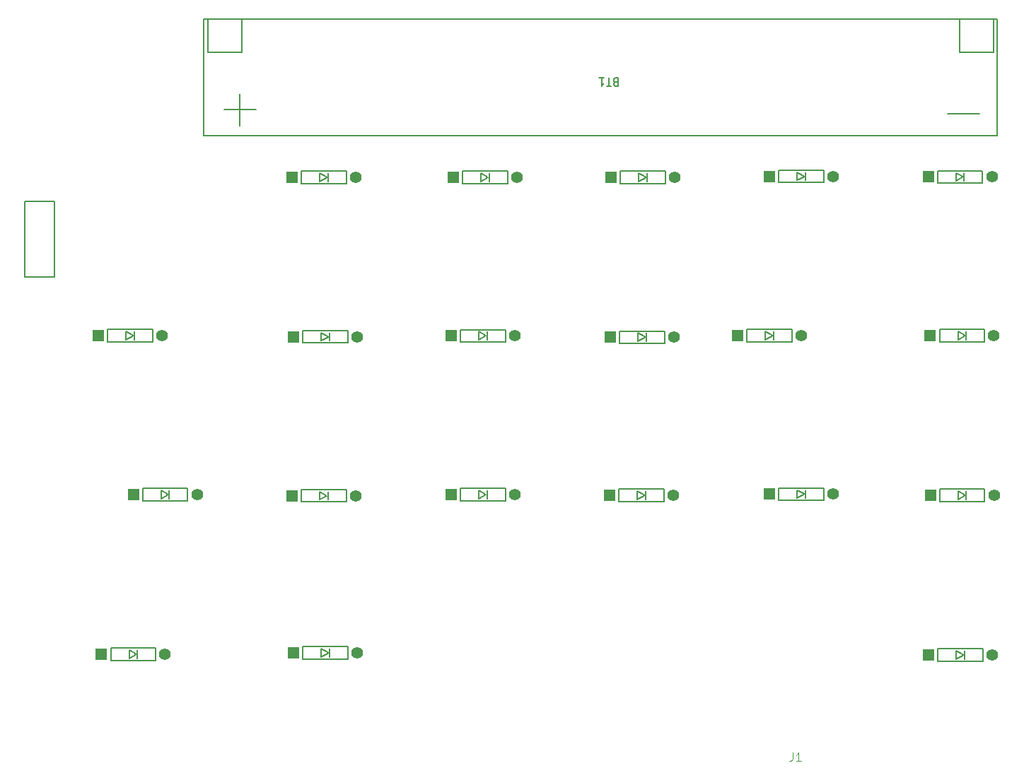
<source format=gbr>
%TF.GenerationSoftware,KiCad,Pcbnew,8.0.7*%
%TF.CreationDate,2025-02-15T16:41:35+09:00*%
%TF.ProjectId,cool642tb_R,636f6f6c-3634-4327-9462-5f522e6b6963,rev?*%
%TF.SameCoordinates,Original*%
%TF.FileFunction,Legend,Top*%
%TF.FilePolarity,Positive*%
%FSLAX46Y46*%
G04 Gerber Fmt 4.6, Leading zero omitted, Abs format (unit mm)*
G04 Created by KiCad (PCBNEW 8.0.7) date 2025-02-15 16:41:35*
%MOMM*%
%LPD*%
G01*
G04 APERTURE LIST*
%ADD10C,0.100000*%
%ADD11C,0.150000*%
%ADD12R,1.397000X1.397000*%
%ADD13C,1.397000*%
G04 APERTURE END LIST*
D10*
X60256666Y-60927419D02*
X60256666Y-61641704D01*
X60256666Y-61641704D02*
X60209047Y-61784561D01*
X60209047Y-61784561D02*
X60113809Y-61879800D01*
X60113809Y-61879800D02*
X59970952Y-61927419D01*
X59970952Y-61927419D02*
X59875714Y-61927419D01*
X61256666Y-61927419D02*
X60685238Y-61927419D01*
X60970952Y-61927419D02*
X60970952Y-60927419D01*
X60970952Y-60927419D02*
X60875714Y-61070276D01*
X60875714Y-61070276D02*
X60780476Y-61165514D01*
X60780476Y-61165514D02*
X60685238Y-61213133D01*
D11*
X39055714Y19431009D02*
X38912857Y19478628D01*
X38912857Y19478628D02*
X38865238Y19526247D01*
X38865238Y19526247D02*
X38817619Y19621485D01*
X38817619Y19621485D02*
X38817619Y19764342D01*
X38817619Y19764342D02*
X38865238Y19859580D01*
X38865238Y19859580D02*
X38912857Y19907200D01*
X38912857Y19907200D02*
X39008095Y19954819D01*
X39008095Y19954819D02*
X39389047Y19954819D01*
X39389047Y19954819D02*
X39389047Y18954819D01*
X39389047Y18954819D02*
X39055714Y18954819D01*
X39055714Y18954819D02*
X38960476Y19002438D01*
X38960476Y19002438D02*
X38912857Y19050057D01*
X38912857Y19050057D02*
X38865238Y19145295D01*
X38865238Y19145295D02*
X38865238Y19240533D01*
X38865238Y19240533D02*
X38912857Y19335771D01*
X38912857Y19335771D02*
X38960476Y19383390D01*
X38960476Y19383390D02*
X39055714Y19431009D01*
X39055714Y19431009D02*
X39389047Y19431009D01*
X38531904Y18954819D02*
X37960476Y18954819D01*
X38246190Y19954819D02*
X38246190Y18954819D01*
X37103333Y19954819D02*
X37674761Y19954819D01*
X37389047Y19954819D02*
X37389047Y18954819D01*
X37389047Y18954819D02*
X37484285Y19097676D01*
X37484285Y19097676D02*
X37579523Y19192914D01*
X37579523Y19192914D02*
X37674761Y19240533D01*
X-4019160Y16105533D02*
X-7828684Y16105533D01*
X-5923922Y18010295D02*
X-5923922Y14200771D01*
X82650839Y15675533D02*
X78841316Y15675533D01*
%TO.C,D7*%
X20450000Y-29260000D02*
X20450000Y-30760000D01*
X20450000Y-30760000D02*
X25850000Y-30760000D01*
X22650000Y-29510000D02*
X23550000Y-30010000D01*
X22650000Y-30510000D02*
X22650000Y-29510000D01*
X23550000Y-30010000D02*
X22650000Y-30510000D01*
X23650000Y-30510000D02*
X23650000Y-29510000D01*
X25850000Y-29260000D02*
X20450000Y-29260000D01*
X25850000Y-30760000D02*
X25850000Y-29260000D01*
%TO.C,D11*%
X39480000Y-29350000D02*
X39480000Y-30850000D01*
X39480000Y-30850000D02*
X44880000Y-30850000D01*
X41680000Y-29600000D02*
X42580000Y-30100000D01*
X41680000Y-30600000D02*
X41680000Y-29600000D01*
X42580000Y-30100000D02*
X41680000Y-30600000D01*
X42680000Y-30600000D02*
X42680000Y-29600000D01*
X44880000Y-29350000D02*
X39480000Y-29350000D01*
X44880000Y-30850000D02*
X44880000Y-29350000D01*
%TO.C,D20*%
X77620000Y-48450000D02*
X77620000Y-49950000D01*
X77620000Y-49950000D02*
X83020000Y-49950000D01*
X79820000Y-48700000D02*
X80720000Y-49200000D01*
X79820000Y-49700000D02*
X79820000Y-48700000D01*
X80720000Y-49200000D02*
X79820000Y-49700000D01*
X80820000Y-49700000D02*
X80820000Y-48700000D01*
X83020000Y-48450000D02*
X77620000Y-48450000D01*
X83020000Y-49950000D02*
X83020000Y-48450000D01*
%TO.C,D13*%
X58610000Y8890000D02*
X58610000Y7390000D01*
X58610000Y7390000D02*
X64010000Y7390000D01*
X60810000Y8640000D02*
X61710000Y8140000D01*
X60810000Y7640000D02*
X60810000Y8640000D01*
X61710000Y8140000D02*
X60810000Y7640000D01*
X61810000Y7640000D02*
X61810000Y8640000D01*
X64010000Y8890000D02*
X58610000Y8890000D01*
X64010000Y7390000D02*
X64010000Y8890000D01*
%TO.C,SW21*%
X-31650000Y5100000D02*
X-28150000Y5100000D01*
X-31650000Y-3900000D02*
X-31650000Y5100000D01*
X-28150000Y5100000D02*
X-28150000Y-3900000D01*
X-28150000Y-3900000D02*
X-31650000Y-3900000D01*
%TO.C,D15*%
X58610000Y-29200000D02*
X58610000Y-30700000D01*
X58610000Y-30700000D02*
X64010000Y-30700000D01*
X60810000Y-29450000D02*
X61710000Y-29950000D01*
X60810000Y-30450000D02*
X60810000Y-29450000D01*
X61710000Y-29950000D02*
X60810000Y-30450000D01*
X61810000Y-30450000D02*
X61810000Y-29450000D01*
X64010000Y-29200000D02*
X58610000Y-29200000D01*
X64010000Y-30700000D02*
X64010000Y-29200000D01*
%TO.C,D1*%
X1460000Y8750000D02*
X1460000Y7250000D01*
X1460000Y7250000D02*
X6860000Y7250000D01*
X3660000Y8500000D02*
X4560000Y8000000D01*
X3660000Y7500000D02*
X3660000Y8500000D01*
X4560000Y8000000D02*
X3660000Y7500000D01*
X4660000Y7500000D02*
X4660000Y8500000D01*
X6860000Y8750000D02*
X1460000Y8750000D01*
X6860000Y7250000D02*
X6860000Y8750000D01*
%TO.C,D9*%
X39600000Y8750000D02*
X39600000Y7250000D01*
X39600000Y7250000D02*
X45000000Y7250000D01*
X41800000Y8500000D02*
X42700000Y8000000D01*
X41800000Y7500000D02*
X41800000Y8500000D01*
X42700000Y8000000D02*
X41800000Y7500000D01*
X42800000Y7500000D02*
X42800000Y8500000D01*
X45000000Y8750000D02*
X39600000Y8750000D01*
X45000000Y7250000D02*
X45000000Y8750000D01*
%TO.C,D17*%
X77590000Y8810000D02*
X77590000Y7310000D01*
X77590000Y7310000D02*
X82990000Y7310000D01*
X79790000Y8560000D02*
X80690000Y8060000D01*
X79790000Y7560000D02*
X79790000Y8560000D01*
X80690000Y8060000D02*
X79790000Y7560000D01*
X80790000Y7560000D02*
X80790000Y8560000D01*
X82990000Y8810000D02*
X77590000Y8810000D01*
X82990000Y7310000D02*
X82990000Y8810000D01*
%TO.C,D4*%
X-21740000Y-10200000D02*
X-21740000Y-11700000D01*
X-21740000Y-11700000D02*
X-16340000Y-11700000D01*
X-19540000Y-10450000D02*
X-18640000Y-10950000D01*
X-19540000Y-11450000D02*
X-19540000Y-10450000D01*
X-18640000Y-10950000D02*
X-19540000Y-11450000D01*
X-18540000Y-11450000D02*
X-18540000Y-10450000D01*
X-16340000Y-10200000D02*
X-21740000Y-10200000D01*
X-16340000Y-11700000D02*
X-16340000Y-10200000D01*
%TO.C,D16*%
X1630000Y-48220000D02*
X1630000Y-49720000D01*
X1630000Y-49720000D02*
X7030000Y-49720000D01*
X3830000Y-48470000D02*
X4730000Y-48970000D01*
X3830000Y-49470000D02*
X3830000Y-48470000D01*
X4730000Y-48970000D02*
X3830000Y-49470000D01*
X4830000Y-49470000D02*
X4830000Y-48470000D01*
X7030000Y-48220000D02*
X1630000Y-48220000D01*
X7030000Y-49720000D02*
X7030000Y-48220000D01*
%TO.C,D3*%
X1405000Y-29380000D02*
X1405000Y-30880000D01*
X1405000Y-30880000D02*
X6805000Y-30880000D01*
X3605000Y-29630000D02*
X4505000Y-30130000D01*
X3605000Y-30630000D02*
X3605000Y-29630000D01*
X4505000Y-30130000D02*
X3605000Y-30630000D01*
X4605000Y-30630000D02*
X4605000Y-29630000D01*
X6805000Y-29380000D02*
X1405000Y-29380000D01*
X6805000Y-30880000D02*
X6805000Y-29380000D01*
%TO.C,D19*%
X77850000Y-29360000D02*
X77850000Y-30860000D01*
X77850000Y-30860000D02*
X83250000Y-30860000D01*
X80050000Y-29610000D02*
X80950000Y-30110000D01*
X80050000Y-30610000D02*
X80050000Y-29610000D01*
X80950000Y-30110000D02*
X80050000Y-30610000D01*
X81050000Y-30610000D02*
X81050000Y-29610000D01*
X83250000Y-29360000D02*
X77850000Y-29360000D01*
X83250000Y-30860000D02*
X83250000Y-29360000D01*
%TO.C,D10*%
X39540000Y-10400000D02*
X39540000Y-11900000D01*
X39540000Y-11900000D02*
X44940000Y-11900000D01*
X41740000Y-10650000D02*
X42640000Y-11150000D01*
X41740000Y-11650000D02*
X41740000Y-10650000D01*
X42640000Y-11150000D02*
X41740000Y-11650000D01*
X42740000Y-11650000D02*
X42740000Y-10650000D01*
X44940000Y-10400000D02*
X39540000Y-10400000D01*
X44940000Y-11900000D02*
X44940000Y-10400000D01*
%TO.C,D2*%
X1610000Y-10330000D02*
X1610000Y-11830000D01*
X1610000Y-11830000D02*
X7010000Y-11830000D01*
X3810000Y-10580000D02*
X4710000Y-11080000D01*
X3810000Y-11580000D02*
X3810000Y-10580000D01*
X4710000Y-11080000D02*
X3810000Y-11580000D01*
X4810000Y-11580000D02*
X4810000Y-10580000D01*
X7010000Y-10330000D02*
X1610000Y-10330000D01*
X7010000Y-11830000D02*
X7010000Y-10330000D01*
%TO.C,D6*%
X20450000Y-10230000D02*
X20450000Y-11730000D01*
X20450000Y-11730000D02*
X25850000Y-11730000D01*
X22650000Y-10480000D02*
X23550000Y-10980000D01*
X22650000Y-11480000D02*
X22650000Y-10480000D01*
X23550000Y-10980000D02*
X22650000Y-11480000D01*
X23650000Y-11480000D02*
X23650000Y-10480000D01*
X25850000Y-10230000D02*
X20450000Y-10230000D01*
X25850000Y-11730000D02*
X25850000Y-10230000D01*
%TO.C,D8*%
X-17570000Y-29230000D02*
X-17570000Y-30730000D01*
X-17570000Y-30730000D02*
X-12170000Y-30730000D01*
X-15370000Y-29480000D02*
X-14470000Y-29980000D01*
X-15370000Y-30480000D02*
X-15370000Y-29480000D01*
X-14470000Y-29980000D02*
X-15370000Y-30480000D01*
X-14370000Y-30480000D02*
X-14370000Y-29480000D01*
X-12170000Y-29230000D02*
X-17570000Y-29230000D01*
X-12170000Y-30730000D02*
X-12170000Y-29230000D01*
%TO.C,BT1*%
X-5730000Y23000000D02*
X-9730000Y23000000D01*
X-9730000Y27000000D01*
X-5730000Y27000000D01*
X-5730000Y23000000D01*
X84270000Y23000000D02*
X80270000Y23000000D01*
X80270000Y27000000D01*
X84270000Y27000000D01*
X84270000Y23000000D01*
X84770000Y13000000D02*
X-10230000Y13000000D01*
X-10230000Y27000000D01*
X84770000Y27000000D01*
X84770000Y13000000D01*
%TO.C,D14*%
X54790000Y-10180000D02*
X54790000Y-11680000D01*
X54790000Y-11680000D02*
X60190000Y-11680000D01*
X56990000Y-10430000D02*
X57890000Y-10930000D01*
X56990000Y-11430000D02*
X56990000Y-10430000D01*
X57890000Y-10930000D02*
X56990000Y-11430000D01*
X57990000Y-11430000D02*
X57990000Y-10430000D01*
X60190000Y-10180000D02*
X54790000Y-10180000D01*
X60190000Y-11680000D02*
X60190000Y-10180000D01*
%TO.C,D12*%
X-21390000Y-48390000D02*
X-21390000Y-49890000D01*
X-21390000Y-49890000D02*
X-15990000Y-49890000D01*
X-19190000Y-48640000D02*
X-18290000Y-49140000D01*
X-19190000Y-49640000D02*
X-19190000Y-48640000D01*
X-18290000Y-49140000D02*
X-19190000Y-49640000D01*
X-18190000Y-49640000D02*
X-18190000Y-48640000D01*
X-15990000Y-48390000D02*
X-21390000Y-48390000D01*
X-15990000Y-49890000D02*
X-15990000Y-48390000D01*
%TO.C,D5*%
X20710000Y8790000D02*
X20710000Y7290000D01*
X20710000Y7290000D02*
X26110000Y7290000D01*
X22910000Y8540000D02*
X23810000Y8040000D01*
X22910000Y7540000D02*
X22910000Y8540000D01*
X23810000Y8040000D02*
X22910000Y7540000D01*
X23910000Y7540000D02*
X23910000Y8540000D01*
X26110000Y8790000D02*
X20710000Y8790000D01*
X26110000Y7290000D02*
X26110000Y8790000D01*
%TO.C,D18*%
X77840000Y-10170000D02*
X77840000Y-11670000D01*
X77840000Y-11670000D02*
X83240000Y-11670000D01*
X80040000Y-10420000D02*
X80940000Y-10920000D01*
X80040000Y-11420000D02*
X80040000Y-10420000D01*
X80940000Y-10920000D02*
X80040000Y-11420000D01*
X81040000Y-11420000D02*
X81040000Y-10420000D01*
X83240000Y-10170000D02*
X77840000Y-10170000D01*
X83240000Y-11670000D02*
X83240000Y-10170000D01*
%TD*%
D12*
%TO.C,D7*%
X19340000Y-30010000D03*
D13*
X26960000Y-30010000D03*
%TD*%
D12*
%TO.C,D11*%
X38370000Y-30100000D03*
D13*
X45990000Y-30100000D03*
%TD*%
D12*
%TO.C,D20*%
X76510000Y-49200000D03*
D13*
X84130000Y-49200000D03*
%TD*%
D12*
%TO.C,D13*%
X57500000Y8140000D03*
D13*
X65120000Y8140000D03*
%TD*%
D12*
%TO.C,D15*%
X57500000Y-29950000D03*
D13*
X65120000Y-29950000D03*
%TD*%
D12*
%TO.C,D1*%
X350000Y8000000D03*
D13*
X7970000Y8000000D03*
%TD*%
D12*
%TO.C,D9*%
X38490000Y8000000D03*
D13*
X46110000Y8000000D03*
%TD*%
D12*
%TO.C,D17*%
X76480000Y8060000D03*
D13*
X84100000Y8060000D03*
%TD*%
D12*
%TO.C,D4*%
X-22850000Y-10950000D03*
D13*
X-15230000Y-10950000D03*
%TD*%
D12*
%TO.C,D16*%
X520000Y-48970000D03*
D13*
X8140000Y-48970000D03*
%TD*%
D12*
%TO.C,D3*%
X295000Y-30130000D03*
D13*
X7915000Y-30130000D03*
%TD*%
D12*
%TO.C,D19*%
X76740000Y-30110000D03*
D13*
X84360000Y-30110000D03*
%TD*%
D12*
%TO.C,D10*%
X38430000Y-11150000D03*
D13*
X46050000Y-11150000D03*
%TD*%
D12*
%TO.C,D2*%
X500000Y-11080000D03*
D13*
X8120000Y-11080000D03*
%TD*%
D12*
%TO.C,D6*%
X19340000Y-10980000D03*
D13*
X26960000Y-10980000D03*
%TD*%
D12*
%TO.C,D8*%
X-18680000Y-29980000D03*
D13*
X-11060000Y-29980000D03*
%TD*%
D12*
%TO.C,D14*%
X53680000Y-10930000D03*
D13*
X61300000Y-10930000D03*
%TD*%
D12*
%TO.C,D12*%
X-22500000Y-49140000D03*
D13*
X-14880000Y-49140000D03*
%TD*%
D12*
%TO.C,D5*%
X19600000Y8040000D03*
D13*
X27220000Y8040000D03*
%TD*%
D12*
%TO.C,D18*%
X76730000Y-10920000D03*
D13*
X84350000Y-10920000D03*
%TD*%
M02*

</source>
